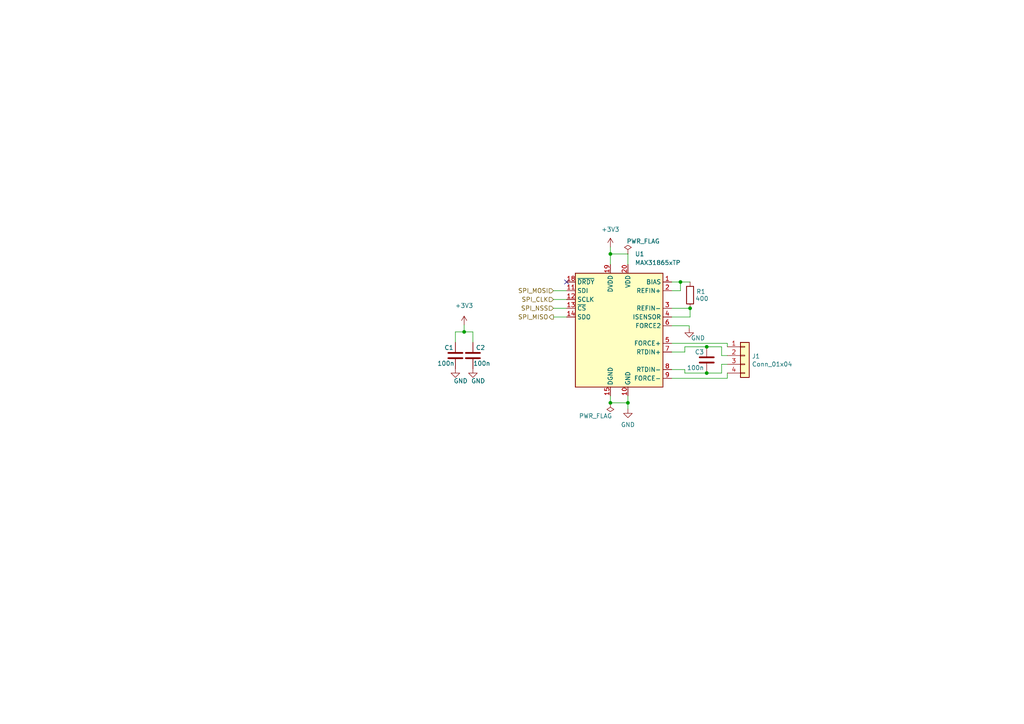
<source format=kicad_sch>
(kicad_sch (version 20211123) (generator eeschema)
  (paper "A4")
  (lib_symbols
    (symbol "Connector_Generic:Conn_01x04" (pin_names (offset 1.016) hide)
      (property "Reference" "J" (at 0 5.08 0))
      (property "Value" "Conn_01x04" (at 0 -7.62 0))
      (symbol "Conn_01x04_1_1"
        (rectangle (start -1.27 -4.953) (end 0 -5.207) (stroke (width 0.1524)))
        (rectangle (start -1.27 -2.413) (end 0 -2.667) (stroke (width 0.1524)))
        (rectangle (start -1.27 0.127) (end 0 -0.127) (stroke (width 0.1524)))
        (rectangle (start -1.27 2.667) (end 0 2.413) (stroke (width 0.1524)))
        (rectangle (start -1.27 3.81) (end 1.27 -6.35) (stroke (width 0.254)) (fill (type background)))
        (pin passive line (at -5.08 2.54 0) (length 3.81) (name "Pin_1") (number "1"))
        (pin passive line (at -5.08 0 0) (length 3.81) (name "Pin_2") (number "2"))
        (pin passive line (at -5.08 -2.54 0) (length 3.81) (name "Pin_3") (number "3"))
        (pin passive line (at -5.08 -5.08 0) (length 3.81) (name "Pin_4") (number "4"))
      )
    )
    (symbol "Device:C" (pin_numbers hide) (pin_names (offset 0.254))
      (property "Reference" "C" (at 0.635 2.54 0))
      (property "Value" "C" (at 0.635 -2.54 0))
      (symbol "C_0_1"
        (polyline (pts (xy -2.032 -0.762) (xy 2.032 -0.762)) (stroke (width 0.508)))
        (polyline (pts (xy -2.032 0.762) (xy 2.032 0.762)) (stroke (width 0.508)))
      )
      (symbol "C_1_1"
        (pin passive line (at 0 3.81 270) (length 2.794) (name "~") (number "1"))
        (pin passive line (at 0 -3.81 90) (length 2.794) (name "~") (number "2"))
      )
    )
    (symbol "Device:R" (pin_numbers hide) (pin_names (offset 0))
      (property "Reference" "R" (at 2.032 0 90))
      (property "Value" "R" (at 0 0 90))
      (symbol "R_0_1"
        (rectangle (start -1.016 -2.54) (end 1.016 2.54) (stroke (width 0.254)))
      )
      (symbol "R_1_1"
        (pin passive line (at 0 3.81 270) (length 1.27) (name "~") (number "1"))
        (pin passive line (at 0 -3.81 90) (length 1.27) (name "~") (number "2"))
      )
    )
    (symbol "Sensor_Temperature:MAX31865xTP"
      (property "Reference" "U1" (at 4.5594 23.368 0))
      (property "Value" "MAX31865xTP" (at 4.5594 20.828 0))
      (symbol "MAX31865xTP_0_1"
        (rectangle (start -12.7 17.78) (end 12.7 -15.24) (stroke (width 0.254)) (fill (type background)))
      )
      (symbol "MAX31865xTP_1_1"
        (pin power_out line (at 15.24 15.24 180) (length 2.54) (name "BIAS") (number "1"))
        (pin power_in line (at 2.54 -17.78 90) (length 2.54) (name "GND") (number "10"))
        (pin input line (at -15.24 12.7 0) (length 2.54) (name "SDI") (number "11"))
        (pin input line (at -15.24 10.16 0) (length 2.54) (name "SCLK") (number "12"))
        (pin input line (at -15.24 7.62 0) (length 2.54) (name "~{CS}") (number "13"))
        (pin tri_state line (at -15.24 5.08 0) (length 2.54) (name "SDO") (number "14"))
        (pin power_in line (at -2.54 -17.78 90) (length 2.54) (name "DGND") (number "15"))
        (pin passive line (at 2.54 -17.78 90) (length 2.54) hide (name "GND") (number "16"))
        (pin no_connect line (at -12.7 -2.54 0) (length 2.54) hide (name "NC") (number "17"))
        (pin output line (at -15.24 15.24 0) (length 2.54) (name "~{DRDY}") (number "18"))
        (pin power_in line (at -2.54 20.32 270) (length 2.54) (name "DVDD") (number "19"))
        (pin input line (at 15.24 12.7 180) (length 2.54) (name "REFIN+") (number "2"))
        (pin power_in line (at 2.54 20.32 270) (length 2.54) (name "VDD") (number "20"))
        (pin passive line (at 2.54 -17.78 90) (length 2.54) hide (name "GND") (number "21"))
        (pin input line (at 15.24 7.62 180) (length 2.54) (name "REFIN-") (number "3"))
        (pin passive line (at 15.24 5.08 180) (length 2.54) (name "ISENSOR") (number "4"))
        (pin passive line (at 15.24 -2.54 180) (length 2.54) (name "FORCE+") (number "5"))
        (pin input line (at 15.24 2.54 180) (length 2.54) (name "FORCE2") (number "6"))
        (pin input line (at 15.24 -5.08 180) (length 2.54) (name "RTDIN+") (number "7"))
        (pin input line (at 15.24 -10.16 180) (length 2.54) (name "RTDIN-") (number "8"))
        (pin power_out line (at 15.24 -12.7 180) (length 2.54) (name "FORCE-") (number "9"))
      )
    )
    (symbol "power:+3.3V" (power) (pin_names (offset 0))
      (property "Value" "+3.3V" (at 0 3.556 0))
      (symbol "+3.3V_0_1"
        (polyline (pts (xy -0.762 1.27) (xy 0 2.54)))
        (polyline (pts (xy 0 0) (xy 0 2.54)))
        (polyline (pts (xy 0 2.54) (xy 0.762 1.27)))
      )
      (symbol "+3.3V_1_1"
        (pin power_in line (at 0 0 90) (length 0) hide (name "+3V3") (number "1"))
      )
    )
    (symbol "power:GND" (power) (pin_names (offset 0))
      (property "Value" "GND" (at 0 -3.81 0))
      (symbol "GND_0_1"
        (polyline (pts (xy 0 0) (xy 0 -1.27) (xy 1.27 -1.27) (xy 0 -2.54) (xy -1.27 -1.27) (xy 0 -1.27)))
      )
      (symbol "GND_1_1"
        (pin power_in line (at 0 0 270) (length 0) hide (name "GND") (number "1"))
      )
    )
    (symbol "power:PWR_FLAG" (power) (pin_numbers hide) (pin_names (offset 0) hide)
      (property "Value" "PWR_FLAG" (at 0 3.81 0))
      (symbol "PWR_FLAG_0_0"
        (pin power_out line (at 0 0 90) (length 0) (name "pwr") (number "1"))
      )
      (symbol "PWR_FLAG_0_1"
        (polyline (pts (xy 0 0) (xy 0 1.27) (xy -1.016 1.905) (xy 0 2.54) (xy 1.016 1.905) (xy 0 1.27)))
      )
    )
  )
  (junction (at 134.62 96.266))
  (junction (at 182.118 116.84))
  (junction (at 204.978 100.584))
  (junction (at 200.152 89.408))
  (junction (at 197.358 81.788))
  (junction (at 204.978 108.204))
  (junction (at 177.038 116.84))
  (junction (at 177.038 73.66))
  (no_connect (at 164.338 81.788))
  (wire (pts (xy 199.898 94.488) (xy 199.898 95.25)))
  (wire (pts (xy 132.08 96.266) (xy 132.08 99.314)))
  (wire (pts (xy 194.818 99.568) (xy 210.947 99.568)))
  (wire (pts (xy 197.358 84.328) (xy 194.818 84.328)))
  (wire (pts (xy 134.62 96.266) (xy 132.08 96.266)))
  (wire (pts (xy 194.818 102.108) (xy 198.628 102.108)))
  (wire (pts (xy 209.296 103.124) (xy 210.947 103.124)))
  (wire (pts (xy 194.818 81.788) (xy 197.358 81.788)))
  (wire (pts (xy 164.338 91.948) (xy 160.528 91.948)))
  (wire (pts (xy 200.152 91.948) (xy 200.152 89.408)))
  (wire (pts (xy 137.16 99.314) (xy 137.16 96.266)))
  (wire (pts (xy 164.338 86.868) (xy 160.528 86.868)))
  (wire (pts (xy 182.118 76.708) (xy 182.118 73.66)))
  (wire (pts (xy 198.628 107.188) (xy 194.818 107.188)))
  (wire (pts (xy 194.818 91.948) (xy 200.152 91.948)))
  (wire (pts (xy 194.818 94.488) (xy 199.898 94.488)))
  (wire (pts (xy 209.296 105.664) (xy 209.296 108.204)))
  (wire (pts (xy 177.038 116.84) (xy 182.118 116.84)))
  (wire (pts (xy 177.038 71.628) (xy 177.038 73.66)))
  (wire (pts (xy 197.358 81.788) (xy 197.358 84.328)))
  (wire (pts (xy 164.338 84.328) (xy 160.528 84.328)))
  (wire (pts (xy 197.358 81.788) (xy 200.152 81.788)))
  (wire (pts (xy 177.038 114.808) (xy 177.038 116.84)))
  (wire (pts (xy 210.947 100.584) (xy 210.947 99.568)))
  (wire (pts (xy 198.628 108.204) (xy 204.978 108.204)))
  (wire (pts (xy 204.978 108.204) (xy 209.296 108.204)))
  (wire (pts (xy 194.818 109.728) (xy 210.947 109.728)))
  (wire (pts (xy 209.296 100.584) (xy 209.296 103.124)))
  (wire (pts (xy 134.62 94.234) (xy 134.62 96.266)))
  (wire (pts (xy 177.038 73.66) (xy 177.038 76.708)))
  (wire (pts (xy 177.038 73.66) (xy 182.118 73.66)))
  (wire (pts (xy 198.628 102.108) (xy 198.628 100.584)))
  (wire (pts (xy 200.152 89.408) (xy 194.818 89.408)))
  (wire (pts (xy 204.978 100.584) (xy 209.296 100.584)))
  (wire (pts (xy 137.16 96.266) (xy 134.62 96.266)))
  (wire (pts (xy 164.338 89.408) (xy 160.528 89.408)))
  (wire (pts (xy 210.947 105.664) (xy 209.296 105.664)))
  (wire (pts (xy 182.118 116.84) (xy 182.118 114.808)))
  (wire (pts (xy 182.118 116.84) (xy 182.118 118.618)))
  (wire (pts (xy 210.947 108.204) (xy 210.947 109.728)))
  (wire (pts (xy 198.628 100.584) (xy 204.978 100.584)))
  (wire (pts (xy 198.628 108.204) (xy 198.628 107.188)))
  (hierarchical_label "SPI_NSS" (shape input) (at 160.528 89.408 180))
  (hierarchical_label "SPI_MISO" (shape output) (at 160.528 91.948 180))
  (hierarchical_label "SPI_MOSI" (shape input) (at 160.528 84.328 180))
  (hierarchical_label "SPI_CLK" (shape input) (at 160.528 86.868 180))
  (symbol (lib_id "power:+3.3V") (at 177.038 71.628 0) (mirror y)
    (property "Reference" "#PWR05" (effects hide))
    (property "Value" "+3.3V" (at 177.038 66.548 0))
  )
  (symbol (lib_id "power:GND") (at 132.08 106.934 0) (mirror y)
    (property "Reference" "#PWR02" (effects hide))
    (property "Value" "GND" (at 133.604 110.49 0))
  )
  (symbol (lib_id "power:GND") (at 137.16 106.934 0) (mirror y)
    (property "Reference" "#PWR04" (effects hide))
    (property "Value" "GND" (at 138.684 110.49 0))
  )
  (symbol (lib_id "Device:C") (at 204.978 104.394 0) (mirror y)
    (property "Reference" "C3" (at 204.216 102.108 0) (effects (justify left)))
    (property "Value" "100n" (at 204.216 106.68 0) (effects (justify left)))
    (property "Footprint" "Capacitor_SMD:C_0603_1608Metric_Pad1.08x0.95mm_HandSolder" (effects hide))
  )
  (symbol (lib_id "Device:C") (at 137.16 103.124 0) (mirror y)
    (property "Reference" "C2" (at 140.716 100.838 0) (effects (justify left)))
    (property "Value" "100n" (at 142.24 105.41 0) (effects (justify left)))
    (property "Footprint" "Capacitor_SMD:C_0603_1608Metric_Pad1.08x0.95mm_HandSolder" (effects hide))
  )
  (symbol (lib_id "Device:C") (at 132.08 103.124 0) (mirror y)
    (property "Reference" "C1" (at 131.572 100.838 0) (effects (justify left)))
    (property "Value" "100n" (at 131.826 105.41 0) (effects (justify left)))
    (property "Footprint" "Capacitor_SMD:C_0603_1608Metric_Pad1.08x0.95mm_HandSolder" (effects hide))
  )
  (symbol (lib_id "power:GND") (at 182.118 118.618 0)
    (property "Reference" "#PWR06" (effects hide))
    (property "Value" "GND" (at 182.118 123.19 0))
  )
  (symbol (lib_id "power:GND") (at 199.898 95.25 0) (mirror y)
    (property "Reference" "#PWR07" (effects hide))
    (property "Value" "GND" (at 202.438 98.044 0))
  )
  (symbol (lib_id "power:PWR_FLAG") (at 177.038 116.84 180)
    (property "Reference" "#FLG01" (effects hide))
    (property "Value" "PWR_FLAG" (at 172.72 120.65 0))
  )
  (symbol (lib_id "Sensor_Temperature:MAX31865xTP") (at 179.578 97.028 0)
    (property "Reference" "U1" (at 184.1374 73.66 0) (effects (justify left)))
    (property "Value" "MAX31865xTP" (at 184.1374 76.2 0) (effects (justify left)))
    (property "Footprint" "Package_DFN_QFN:TQFN-20-1EP_5x5mm_P0.65mm_EP3.25x3.25mm" (effects hide))
    (property "Datasheet" "https://datasheets.maximintegrated.com/en/ds/MAX31865.pdf" (effects hide))
  )
  (symbol (lib_id "power:PWR_FLAG") (at 182.118 73.66 0)
    (property "Reference" "#FLG02" (effects hide))
    (property "Value" "PWR_FLAG" (at 186.563 69.977 0))
  )
  (symbol (lib_id "Connector_Generic:Conn_01x04") (at 216.027 103.124 0)
    (property "Reference" "J1" (at 218.059 103.3272 0) (effects (justify left)))
    (property "Value" "Conn_01x04" (at 218.059 105.6386 0) (effects (justify left)))
    (property "Footprint" "TXV_Library_Footprints:TE_M12_4_Pin_PCB" (effects hide))
  )
  (symbol (lib_id "power:+3.3V") (at 134.62 94.234 0) (mirror y)
    (property "Reference" "#PWR03" (effects hide))
    (property "Value" "+3.3V" (at 134.62 88.646 0))
  )
  (symbol (lib_id "Device:R") (at 200.152 85.598 0)
    (property "Reference" "R1" (at 201.93 84.582 0) (effects (justify left)))
    (property "Value" "400" (at 201.676 86.614 0) (effects (justify left)))
    (property "Footprint" "Resistor_SMD:R_0603_1608Metric_Pad0.98x0.95mm_HandSolder" (effects hide))
  )
)
</source>
